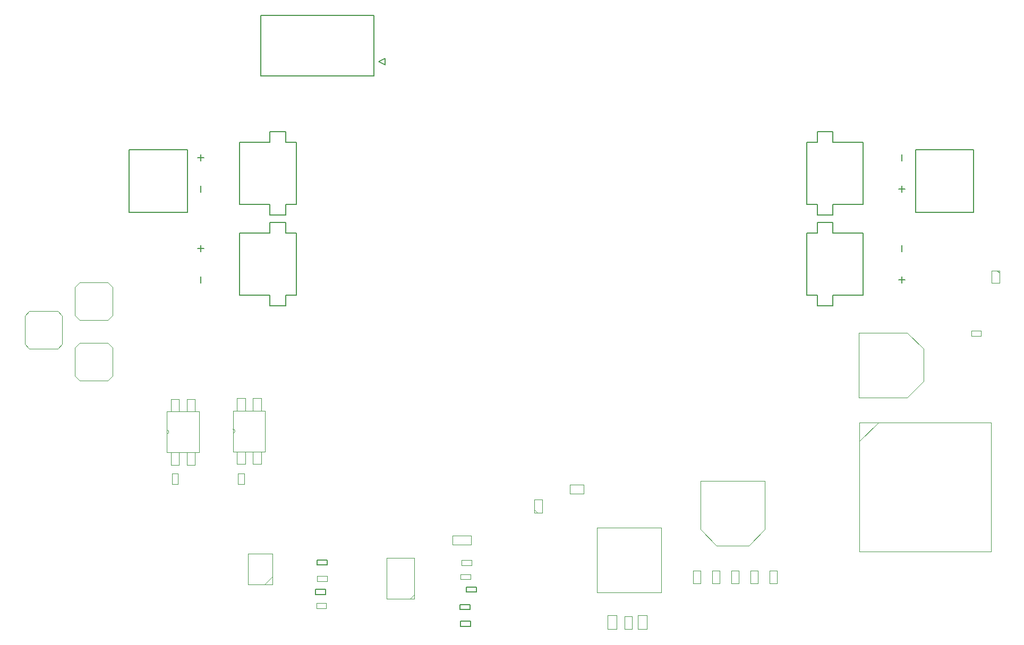
<source format=gbr>
%TF.GenerationSoftware,Altium Limited,Altium Designer,23.6.0 (18)*%
G04 Layer_Color=16711935*
%FSLAX45Y45*%
%MOMM*%
%TF.SameCoordinates,CA757A27-890D-4031-9470-5F8B39CF6935*%
%TF.FilePolarity,Positive*%
%TF.FileFunction,Other,Mechanical_13*%
%TF.Part,Single*%
G01*
G75*
%TA.AperFunction,NonConductor*%
%ADD53C,0.20000*%
%ADD55C,0.10000*%
%ADD56C,0.12700*%
%ADD90C,0.00000*%
%ADD91C,0.02540*%
D53*
X15919901Y9596500D02*
Y10596500D01*
X16844901D01*
Y9596500D02*
Y10596500D01*
X15919901Y9596500D02*
X16844901D01*
X8759200Y3541400D02*
X8919200D01*
X8759200D02*
Y3621400D01*
X8919200D01*
Y3541400D02*
Y3621400D01*
X8657600Y3262000D02*
X8817600D01*
X8657600D02*
Y3342000D01*
X8817600D01*
Y3262000D02*
Y3342000D01*
X8670298Y3075300D02*
X8830298D01*
Y2995300D02*
Y3075300D01*
X8670298Y2995300D02*
X8830298D01*
X8670298D02*
Y3075300D01*
X6358900Y3503300D02*
X6518900D01*
X6358900D02*
Y3583300D01*
X6518900D01*
Y3503300D02*
Y3583300D01*
X6384300Y3973200D02*
X6544300D01*
X6384300D02*
Y4053200D01*
X6544300D01*
Y3973200D02*
Y4053200D01*
X3386200Y10596500D02*
X4311200D01*
X3386200Y9596500D02*
Y10596500D01*
Y9596500D02*
X4311200D01*
Y10596500D01*
D55*
X15028200Y5948202D02*
X15328198Y6248202D01*
X15028200Y4191198D02*
Y6248202D01*
Y4191198D02*
X17128200D01*
Y6248202D01*
X15028200D02*
X17128200D01*
X4162298Y5264199D02*
Y5429202D01*
X4067302Y5264199D02*
Y5429202D01*
X4162298D01*
X4067302Y5264199D02*
X4162298D01*
X16807201Y7628301D02*
X16967200D01*
X16807201D02*
Y7713299D01*
X16967200D01*
Y7628301D02*
Y7713299D01*
X10631643Y5109098D02*
Y5254102D01*
X10411643Y5109098D02*
Y5254102D01*
X10631643D01*
X10411643Y5109098D02*
X10631643D01*
X10838800Y4566300D02*
X11868800D01*
X10838800Y3536300D02*
X11868800D01*
X10838800D02*
Y4566300D01*
X11868800Y3536300D02*
Y4566300D01*
X11014599Y2950703D02*
X11159602D01*
X11014599Y3170702D02*
X11159602D01*
Y2950703D02*
Y3170702D01*
X11014599Y2950703D02*
Y3170702D01*
X11403599Y2954539D02*
Y3154539D01*
X11278601D02*
X11403599D01*
X11278601Y2954539D02*
Y3154539D01*
Y2954539D02*
X11403599D01*
X11497198Y2948539D02*
X11642202D01*
X11497198Y3168539D02*
X11642202D01*
Y2948539D02*
Y3168539D01*
X11497198Y2948539D02*
Y3168539D01*
X15016200Y6647800D02*
X15788699D01*
X16046201Y6905300D01*
Y7420300D01*
X15788699Y7677800D02*
X16046201Y7420300D01*
X15016200Y7677800D02*
X15788699D01*
X15016200Y6647800D02*
Y7677800D01*
X5216398Y5264199D02*
Y5429197D01*
X5121402Y5264199D02*
Y5429197D01*
X5216398D01*
X5121402Y5264199D02*
X5216398D01*
X7488900Y3434202D02*
X7928900D01*
X7488900D02*
Y4084198D01*
X7928900D01*
Y3434202D02*
Y4084198D01*
X7863901Y3434202D02*
X7928900Y3499201D01*
X13714999Y3684600D02*
Y3884600D01*
X13590001Y3684600D02*
X13714999D01*
X13590001D02*
Y3884600D01*
X13714999D01*
X13410199Y3684600D02*
Y3884600D01*
X13285201Y3684600D02*
X13410199D01*
X13285201D02*
Y3884600D01*
X13410199D01*
X13105399Y3684600D02*
Y3884600D01*
X12980402Y3684600D02*
X13105399D01*
X12980402D02*
Y3884600D01*
X13105399D01*
X12675601D02*
X12800600D01*
X12675601Y3684600D02*
Y3884600D01*
Y3684600D02*
X12800600D01*
Y3884600D01*
X12495799Y3684600D02*
Y3884600D01*
X12370801Y3684600D02*
X12495799D01*
X12370801D02*
Y3884600D01*
X12495799D01*
X8536798Y4438802D02*
X8836802D01*
X8536798Y4298803D02*
X8836802D01*
Y4438802D01*
X8536798Y4298803D02*
Y4438802D01*
X8843000Y3970701D02*
Y4055699D01*
X8683000D02*
X8843000D01*
X8683000Y3970701D02*
Y4055699D01*
Y3970701D02*
X8843000D01*
X6544300Y3716701D02*
Y3801699D01*
X6384300D02*
X6544300D01*
X6384300Y3716701D02*
Y3801699D01*
Y3716701D02*
X6544300D01*
X1719301Y7726401D02*
Y7951399D01*
X1794302Y8026400D01*
X2244298D01*
X2319299Y7951399D01*
Y7501402D02*
Y7951399D01*
X2244298Y7426401D02*
X2319299Y7501402D01*
X1794302Y7426401D02*
X2244298D01*
X1719301Y7501402D02*
X1794302Y7426401D01*
X1719301Y7501402D02*
Y7726401D01*
X3119399Y6988602D02*
Y7213600D01*
X3044398Y6913601D02*
X3119399Y6988602D01*
X2594402Y6913601D02*
X3044398D01*
X2519401Y6988602D02*
X2594402Y6913601D01*
X2519401Y6988602D02*
Y7438598D01*
X2594402Y7513599D01*
X3044398D01*
X3119399Y7438598D01*
Y7213600D02*
Y7438598D01*
X2519401Y8178800D02*
Y8403798D01*
X2594402Y8478799D01*
X3044398D01*
X3119399Y8403798D01*
Y7953802D02*
Y8403798D01*
X3044398Y7878801D02*
X3119399Y7953802D01*
X2594402Y7878801D02*
X3044398D01*
X2519401Y7953802D02*
X2594402Y7878801D01*
X2519401Y7953802D02*
Y8178800D01*
X5541701Y3666602D02*
X5668701Y3793602D01*
Y3666602D02*
Y4156598D01*
X5278699D02*
X5668701D01*
X5278699Y3666602D02*
Y4156598D01*
Y3666602D02*
X5668701D01*
X9846000Y4859899D02*
X9895997Y4809901D01*
X9846000D02*
Y5019899D01*
X9966000D01*
Y4809901D02*
Y5019899D01*
X9846000Y4809901D02*
X9966000D01*
X17215800Y8670900D02*
X17255800Y8630900D01*
X17135800Y8670900D02*
X17255800D01*
X17135800Y8470900D02*
Y8670900D01*
Y8470900D02*
X17255800D01*
Y8670900D01*
X6527800Y3284901D02*
Y3369899D01*
X6367800D02*
X6527800D01*
X6367800Y3284901D02*
Y3369899D01*
Y3284901D02*
X6527800D01*
X8670300Y3744600D02*
X8830300D01*
X8670300D02*
Y3824600D01*
X8830300D01*
Y3744600D02*
Y3824600D01*
X12489800Y5315600D02*
X13519800D01*
Y4543100D02*
Y5315600D01*
X13262300Y4285600D02*
X13519800Y4543100D01*
X12747300Y4285600D02*
X13262300D01*
X12489800Y4543100D02*
X12747300Y4285600D01*
X12489800Y4543100D02*
Y5315600D01*
D56*
X5148100Y8280702D02*
X5628099D01*
Y8110700D02*
Y8280702D01*
Y8110700D02*
X5878102D01*
Y8280702D01*
X6048099D01*
Y9270702D01*
X5878102D02*
X6048099D01*
X5878102D02*
Y9440699D01*
X5628099D02*
X5878102D01*
X5628099Y9270702D02*
Y9440699D01*
X5148100Y9270702D02*
X5628099D01*
X5148100Y8280702D02*
Y9270702D01*
X4528102Y8475703D02*
Y8575702D01*
X4478099Y9025699D02*
X4578099D01*
X4528102Y8975702D02*
Y9075701D01*
X5148102Y9728500D02*
X5628102D01*
Y9558503D02*
Y9728500D01*
Y9558503D02*
X5878098D01*
Y9728500D01*
X6048101D01*
Y10718500D01*
X5878098D02*
X6048101D01*
X5878098D02*
Y10888502D01*
X5628102D02*
X5878098D01*
X5628102Y10718500D02*
Y10888502D01*
X5148102Y10718500D02*
X5628102D01*
X5148102Y9728500D02*
Y10718500D01*
X4528099Y9923501D02*
Y10023500D01*
X4478101Y10473502D02*
X4578101D01*
X4528099Y10423500D02*
Y10523499D01*
X5482199Y12736500D02*
X7282200D01*
Y11776502D02*
Y12736500D01*
X5482199Y11776502D02*
X7282200D01*
X5482199D02*
Y12736500D01*
X7462200Y11951503D02*
Y12051502D01*
X7362200Y12001500D02*
X7462200Y11951503D01*
X7362200Y12001500D02*
X7462200Y12051502D01*
X14602998Y9270700D02*
X15083003D01*
X14602998D02*
Y9440702D01*
X14353001D02*
X14602998D01*
X14353001Y9270700D02*
Y9440702D01*
X14182999Y9270700D02*
X14353001D01*
X14182999Y8280700D02*
Y9270700D01*
Y8280700D02*
X14353001D01*
Y8110703D02*
Y8280700D01*
Y8110703D02*
X14602998D01*
Y8280700D01*
X15083003D01*
Y9270700D01*
X15703001Y8975700D02*
Y9075699D01*
X15652998Y8525698D02*
X15752998D01*
X15703001Y8475701D02*
Y8575700D01*
Y9923501D02*
Y10023500D01*
X15652998Y9973498D02*
X15752998D01*
X15703001Y10423500D02*
Y10523499D01*
X15083003Y9728500D02*
Y10718500D01*
X14602998Y9728500D02*
X15083003D01*
X14602998Y9558503D02*
Y9728500D01*
X14353001Y9558503D02*
X14602998D01*
X14353001D02*
Y9728500D01*
X14182999D02*
X14353001D01*
X14182999D02*
Y10718500D01*
X14353001D01*
Y10888502D01*
X14602998D01*
Y10718500D02*
Y10888502D01*
Y10718500D02*
X15083003D01*
D90*
X5040630Y6078220D02*
G03*
X5040630Y6139180I0J30480D01*
G01*
X3986530Y6065520D02*
G03*
X3986530Y6126480I0J30480D01*
G01*
D91*
X5040630Y5783580D02*
X5551170D01*
X5040630D02*
Y6433820D01*
X5551170D01*
Y5783580D02*
Y6433820D01*
X5104130D02*
Y6631940D01*
X5233670D01*
Y6433820D02*
Y6631940D01*
X5104130Y6433820D02*
X5233670D01*
X5358130D02*
Y6631940D01*
X5487670D01*
Y6433820D02*
Y6631940D01*
X5358130Y6433820D02*
X5487670D01*
Y5585460D02*
Y5783580D01*
X5358130Y5585460D02*
X5487670D01*
X5358130D02*
Y5783580D01*
X5487670D01*
X5233670Y5585460D02*
Y5783580D01*
X5104130Y5585460D02*
X5233670D01*
X5104130D02*
Y5783580D01*
X5233670D01*
X4050030Y5770880D02*
X4179570D01*
X4050030Y5572760D02*
Y5770880D01*
Y5572760D02*
X4179570D01*
Y5770880D01*
X4304030D02*
X4433570D01*
X4304030Y5572760D02*
Y5770880D01*
Y5572760D02*
X4433570D01*
Y5770880D01*
X4304030Y6421120D02*
X4433570D01*
Y6619240D01*
X4304030D02*
X4433570D01*
X4304030Y6421120D02*
Y6619240D01*
X4050030Y6421120D02*
X4179570D01*
Y6619240D01*
X4050030D02*
X4179570D01*
X4050030Y6421120D02*
Y6619240D01*
X4497070Y5770880D02*
Y6421120D01*
X3986530D02*
X4497070D01*
X3986530Y5770880D02*
Y6421120D01*
Y5770880D02*
X4497070D01*
%TF.MD5,0530266257844bd61d3f8d9cda3e48fe*%
M02*

</source>
